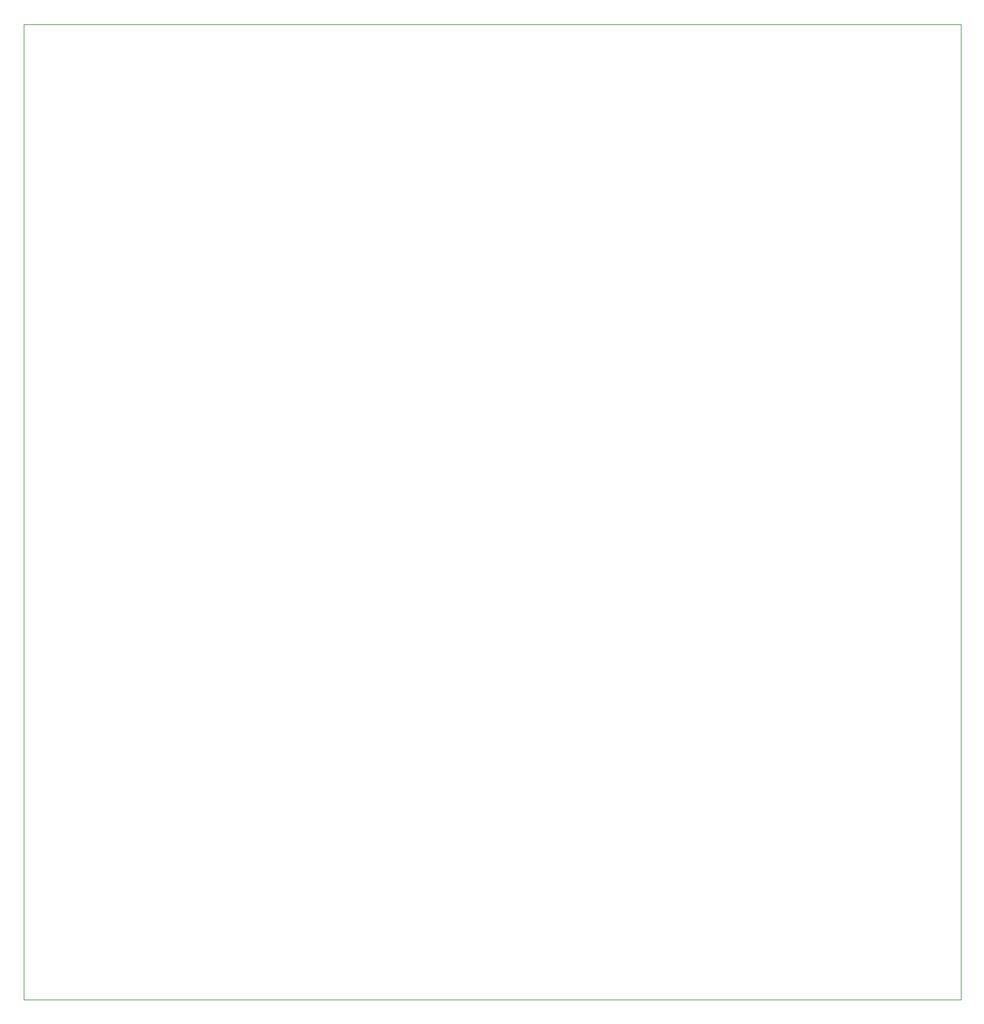
<source format=gbr>
%TF.GenerationSoftware,KiCad,Pcbnew,8.0.8*%
%TF.CreationDate,2025-08-07T21:20:29+02:00*%
%TF.ProjectId,DECPROMEM,44454350-524f-44d4-954d-2e6b69636164,rev?*%
%TF.SameCoordinates,Original*%
%TF.FileFunction,Profile,NP*%
%FSLAX46Y46*%
G04 Gerber Fmt 4.6, Leading zero omitted, Abs format (unit mm)*
G04 Created by KiCad (PCBNEW 8.0.8) date 2025-08-07 21:20:29*
%MOMM*%
%LPD*%
G01*
G04 APERTURE LIST*
%TA.AperFunction,Profile*%
%ADD10C,0.050000*%
%TD*%
G04 APERTURE END LIST*
D10*
X396240000Y-114300000D02*
X269240000Y-114300000D01*
X269240000Y-114300000D02*
X269240000Y-246380000D01*
X269240000Y-246380000D02*
X396240000Y-246380000D01*
X396240000Y-246380000D02*
X396240000Y-243840000D01*
X396240000Y-243840000D02*
X396240000Y-114300000D01*
M02*

</source>
